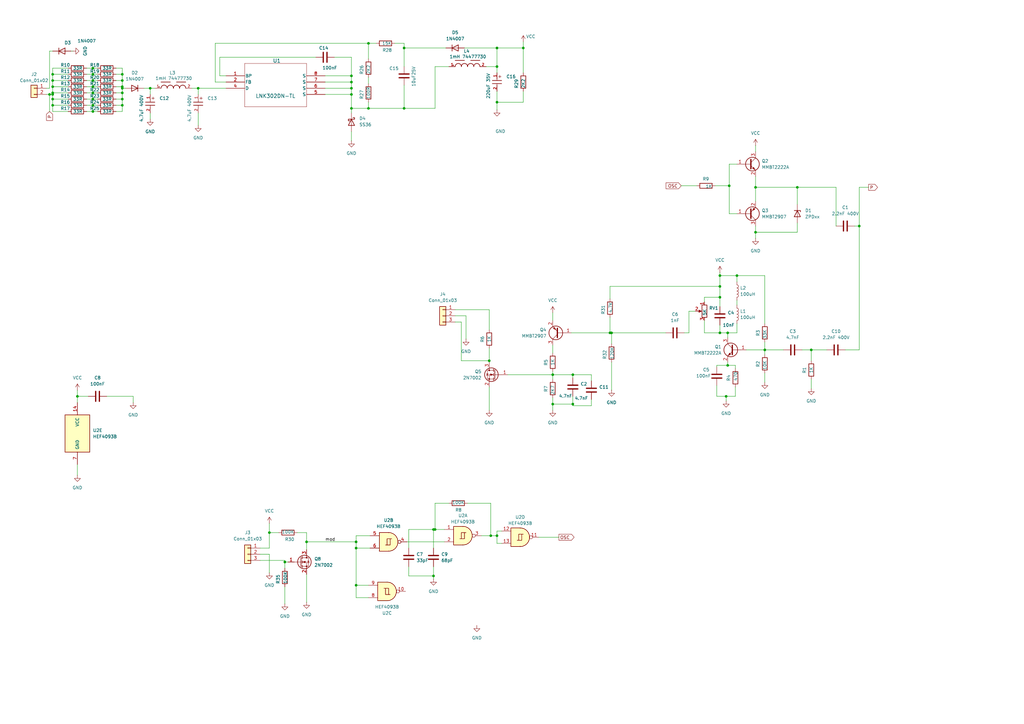
<source format=kicad_sch>
(kicad_sch (version 20250114) (generator "eeschema") (generator_version "9.0")
  (paper "A3")
  (title_block (title "EMETTEUR-RECEPTEUR-100KHZ secteur") (date "2025-12-29") (rev "1") (company "CB4Tech") (comment 1 "C.Bureau"))
  (junction (at 200.66 147.955))
  (junction (at 226.695 165.735))
  (junction (at 295.275 136.525))
  (junction (at 299.085 76.2))
  (junction (at 20.32 38.735))
  (junction (at 298.45 149.86))
  (junction (at 38.1 40.64))
  (junction (at 21.59 35.56))
  (junction (at 165.735 44.45))
  (junction (at 250.19 136.525))
  (junction (at 38.1 33.02))
  (junction (at 21.59 33.02))
  (junction (at 203.835 19.685))
  (junction (at 38.1 35.56))
  (junction (at 352.425 92.71))
  (junction (at 21.59 40.64))
  (junction (at 125.73 222.25))
  (junction (at 144.145 44.45))
  (junction (at 21.59 43.18))
  (junction (at 201.295 219.71))
  (junction (at 146.05 224.79))
  (junction (at 178.435 217.17))
  (junction (at 61.595 36.195))
  (junction (at 295.275 113.03))
  (junction (at 116.84 230.505))
  (junction (at 31.75 162.56))
  (junction (at 50.165 30.48))
  (junction (at 250.825 136.525))
  (junction (at 38.1 30.48))
  (junction (at 38.1 43.18))
  (junction (at 50.165 33.02))
  (junction (at 234.95 165.735))
  (junction (at 50.165 38.1))
  (junction (at 50.165 35.56))
  (junction (at 309.88 76.835))
  (junction (at 50.165 40.64))
  (junction (at 146.05 240.03))
  (junction (at 151.13 17.78))
  (junction (at 226.695 153.67))
  (junction (at 38.1 45.72))
  (junction (at 146.05 222.25))
  (junction (at 309.88 95.25))
  (junction (at 203.835 41.91))
  (junction (at 214.63 19.685))
  (junction (at 313.69 143.51))
  (junction (at 203.835 219.71))
  (junction (at 297.815 162.56))
  (junction (at 144.145 38.735))
  (junction (at 38.1 27.94))
  (junction (at 295.275 117.475))
  (junction (at 38.1 38.1))
  (junction (at 151.13 44.45))
  (junction (at 50.165 43.18))
  (junction (at 21.59 38.1))
  (junction (at 144.145 33.655))
  (junction (at 302.26 113.03))
  (junction (at 203.835 27.305))
  (junction (at 21.59 30.48))
  (junction (at 144.145 31.115))
  (junction (at 332.74 143.51))
  (junction (at 295.275 121.92))
  (junction (at 144.145 36.195))
  (junction (at 21.59 38.735))
  (junction (at 81.28 36.195))
  (junction (at 50.165 36.195))
  (junction (at 177.8 236.22))
  (junction (at 165.735 19.685))
  (junction (at 177.8 217.17))
  (junction (at 327.025 76.835))
  (junction (at 234.95 153.67))
  (junction (at 110.49 218.44))
  (junction (at 298.45 136.525))
  (wire (pts (xy 21.59 40.64) (xy 21.59 38.735)))
  (wire (pts (xy 121.92 218.44) (xy 125.73 218.44)))
  (wire (pts (xy 38.1 35.56) (xy 38.1 38.1)))
  (wire (pts (xy 144.145 33.655) (xy 144.145 36.195)))
  (wire (pts (xy 20.32 36.195) (xy 20.32 20.955)))
  (wire (pts (xy 133.35 38.735) (xy 144.145 38.735)))
  (wire (pts (xy 234.95 165.735) (xy 226.695 165.735)))
  (wire (pts (xy 144.145 53.975) (xy 144.145 57.785)))
  (wire (pts (xy 116.84 240.665) (xy 116.84 247.65)))
  (wire (pts (xy 352.425 92.71) (xy 352.425 143.51)))
  (wire (pts (xy 299.085 67.31) (xy 302.26 67.31)))
  (wire (pts (xy 299.085 76.2) (xy 299.085 67.31)))
  (wire (pts (xy 186.69 129.54) (xy 191.135 129.54)))
  (wire (pts (xy 288.925 121.92) (xy 295.275 121.92)))
  (wire (pts (xy 125.73 235.585) (xy 125.73 247.015)))
  (wire (pts (xy 31.75 162.56) (xy 31.75 165.1)))
  (wire (pts (xy 47.625 33.02) (xy 50.165 33.02)))
  (wire (pts (xy 125.73 222.25) (xy 125.73 225.425)))
  (wire (pts (xy 203.835 19.685) (xy 190.5 19.685)))
  (wire (pts (xy 38.1 30.48) (xy 38.1 33.02)))
  (wire (pts (xy 20.32 38.735) (xy 20.32 45.72)))
  (wire (pts (xy 43.815 162.56) (xy 54.61 162.56)))
  (wire (pts (xy 165.735 17.78) (xy 165.735 19.685)))
  (wire (pts (xy 203.835 217.805) (xy 205.74 217.805)))
  (wire (pts (xy 299.085 76.2) (xy 299.085 87.63)))
  (wire (pts (xy 167.64 217.17) (xy 177.8 217.17)))
  (wire (pts (xy 167.64 232.41) (xy 167.64 236.22)))
  (wire (pts (xy 177.8 217.17) (xy 177.8 224.79)))
  (wire (pts (xy 191.77 206.375) (xy 201.295 206.375)))
  (wire (pts (xy 118.11 230.505) (xy 116.84 230.505)))
  (wire (pts (xy 47.625 35.56) (xy 50.165 35.56)))
  (wire (pts (xy 214.63 41.91) (xy 203.835 41.91)))
  (wire (pts (xy 21.59 45.72) (xy 21.59 43.18)))
  (wire (pts (xy 332.74 143.51) (xy 332.74 147.955)))
  (wire (pts (xy 106.68 227.33) (xy 110.49 227.33)))
  (wire (pts (xy 61.595 36.195) (xy 63.5 36.195)))
  (wire (pts (xy 165.735 19.685) (xy 182.88 19.685)))
  (wire (pts (xy 294.005 149.86) (xy 294.005 150.495)))
  (wire (pts (xy 38.1 30.48) (xy 40.005 30.48)))
  (wire (pts (xy 214.63 17.145) (xy 214.63 19.685)))
  (wire (pts (xy 226.695 153.67) (xy 226.695 155.575)))
  (wire (pts (xy 327.025 91.44) (xy 327.025 95.25)))
  (wire (pts (xy 309.88 59.69) (xy 309.88 62.23)))
  (wire (pts (xy 242.57 163.83) (xy 242.57 166.37)))
  (wire (pts (xy 21.59 38.735) (xy 21.59 38.1)))
  (wire (pts (xy 50.165 40.64) (xy 50.165 43.18)))
  (wire (pts (xy 110.49 227.33) (xy 110.49 234.95)))
  (wire (pts (xy 203.835 222.885) (xy 205.74 222.885)))
  (wire (pts (xy 21.59 35.56) (xy 21.59 38.1)))
  (wire (pts (xy 201.295 206.375) (xy 201.295 219.71)))
  (wire (pts (xy 110.49 218.44) (xy 110.49 224.79)))
  (wire (pts (xy 350.52 92.71) (xy 352.425 92.71)))
  (wire (pts (xy 21.59 43.18) (xy 21.59 40.64)))
  (wire (pts (xy 203.835 219.71) (xy 203.835 222.885)))
  (wire (pts (xy 21.59 40.64) (xy 27.94 40.64)))
  (wire (pts (xy 295.275 125.73) (xy 295.275 121.92)))
  (wire (pts (xy 346.71 143.51) (xy 352.425 143.51)))
  (wire (pts (xy 313.69 132.715) (xy 313.69 113.03)))
  (wire (pts (xy 116.84 230.505) (xy 116.84 233.045)))
  (wire (pts (xy 186.69 132.08) (xy 189.23 132.08)))
  (wire (pts (xy 327.025 76.835) (xy 327.025 83.82)))
  (wire (pts (xy 47.625 38.1) (xy 50.165 38.1)))
  (wire (pts (xy 151.13 240.03) (xy 146.05 240.03)))
  (wire (pts (xy 200.66 142.875) (xy 200.66 147.955)))
  (wire (pts (xy 78.74 36.195) (xy 81.28 36.195)))
  (wire (pts (xy 214.63 29.845) (xy 214.63 19.685)))
  (wire (pts (xy 352.425 92.71) (xy 352.425 76.835)))
  (wire (pts (xy 116.84 230.505) (xy 116.84 229.87)))
  (wire (pts (xy 301.625 162.56) (xy 297.815 162.56)))
  (wire (pts (xy 38.1 43.18) (xy 38.1 45.72)))
  (wire (pts (xy 203.835 37.465) (xy 203.835 41.91)))
  (wire (pts (xy 214.63 37.465) (xy 214.63 41.91)))
  (wire (pts (xy 19.05 36.195) (xy 20.32 36.195)))
  (wire (pts (xy 302.26 132.715) (xy 302.26 136.525)))
  (wire (pts (xy 184.15 206.375) (xy 178.435 206.375)))
  (wire (pts (xy 47.625 43.18) (xy 50.165 43.18)))
  (wire (pts (xy 297.815 162.56) (xy 294.005 162.56)))
  (wire (pts (xy 203.835 41.91) (xy 203.835 45.085)))
  (wire (pts (xy 31.75 160.02) (xy 31.75 162.56)))
  (wire (pts (xy 47.625 30.48) (xy 50.165 30.48)))
  (wire (pts (xy 110.49 214.63) (xy 110.49 218.44)))
  (wire (pts (xy 61.595 36.195) (xy 59.055 36.195)))
  (wire (pts (xy 295.275 113.03) (xy 295.275 117.475)))
  (wire (pts (xy 201.295 219.71) (xy 203.835 219.71)))
  (wire (pts (xy 302.26 123.19) (xy 302.26 125.095)))
  (wire (pts (xy 146.05 222.25) (xy 146.05 224.79)))
  (wire (pts (xy 161.925 17.78) (xy 165.735 17.78)))
  (wire (pts (xy 301.625 151.13) (xy 301.625 149.86)))
  (wire (pts (xy 35.56 45.72) (xy 38.1 45.72)))
  (wire (pts (xy 21.59 33.02) (xy 27.94 33.02)))
  (wire (pts (xy 189.23 147.955) (xy 200.66 147.955)))
  (wire (pts (xy 125.73 218.44) (xy 125.73 222.25)))
  (wire (pts (xy 29.21 20.955) (xy 29.845 20.955)))
  (wire (pts (xy 129.54 23.495) (xy 90.17 23.495)))
  (wire (pts (xy 285.115 127.635) (xy 282.575 127.635)))
  (wire (pts (xy 133.35 36.195) (xy 144.145 36.195)))
  (wire (pts (xy 38.1 33.02) (xy 38.1 35.56)))
  (wire (pts (xy 200.66 158.75) (xy 200.66 168.275)))
  (wire (pts (xy 21.59 30.48) (xy 27.94 30.48)))
  (wire (pts (xy 295.275 117.475) (xy 295.275 121.92)))
  (wire (pts (xy 38.1 45.72) (xy 40.005 45.72)))
  (wire (pts (xy 309.88 92.71) (xy 309.88 95.25)))
  (wire (pts (xy 309.88 72.39) (xy 309.88 76.835)))
  (wire (pts (xy 295.275 136.525) (xy 295.275 133.35)))
  (wire (pts (xy 144.145 36.195) (xy 144.145 38.735)))
  (wire (pts (xy 92.71 36.195) (xy 81.28 36.195)))
  (wire (pts (xy 144.145 31.115) (xy 144.145 33.655)))
  (wire (pts (xy 27.94 27.94) (xy 21.59 27.94)))
  (wire (pts (xy 250.19 136.525) (xy 250.825 136.525)))
  (wire (pts (xy 208.28 153.67) (xy 226.695 153.67)))
  (wire (pts (xy 50.165 43.18) (xy 50.165 45.72)))
  (wire (pts (xy 313.69 143.51) (xy 313.69 145.415)))
  (wire (pts (xy 133.35 31.115) (xy 144.145 31.115)))
  (wire (pts (xy 189.23 132.08) (xy 189.23 147.955)))
  (wire (pts (xy 298.45 136.525) (xy 298.45 138.43)))
  (wire (pts (xy 19.05 38.735) (xy 20.32 38.735)))
  (wire (pts (xy 250.19 117.475) (xy 250.19 122.555)))
  (wire (pts (xy 146.05 219.71) (xy 146.05 222.25)))
  (wire (pts (xy 234.95 162.56) (xy 234.95 165.735)))
  (wire (pts (xy 88.265 17.78) (xy 88.265 33.655)))
  (wire (pts (xy 167.64 224.79) (xy 167.64 217.17)))
  (wire (pts (xy 309.88 76.835) (xy 327.025 76.835)))
  (wire (pts (xy 282.575 136.525) (xy 280.67 136.525)))
  (wire (pts (xy 167.005 222.25) (xy 182.245 222.25)))
  (wire (pts (xy 88.265 17.78) (xy 151.13 17.78)))
  (wire (pts (xy 137.16 23.495) (xy 144.145 23.495)))
  (wire (pts (xy 226.695 152.4) (xy 226.695 153.67)))
  (wire (pts (xy 226.695 153.67) (xy 234.95 153.67)))
  (wire (pts (xy 250.825 148.59) (xy 250.825 160.02)))
  (wire (pts (xy 38.1 27.94) (xy 38.1 30.48)))
  (wire (pts (xy 302.26 113.03) (xy 302.26 115.57)))
  (wire (pts (xy 203.835 27.305) (xy 203.835 19.685)))
  (wire (pts (xy 38.1 43.18) (xy 40.005 43.18)))
  (wire (pts (xy 200.66 147.955) (xy 200.66 148.59)))
  (wire (pts (xy 214.63 19.685) (xy 203.835 19.685)))
  (wire (pts (xy 21.59 30.48) (xy 21.59 33.02)))
  (wire (pts (xy 151.13 44.45) (xy 144.145 44.45)))
  (wire (pts (xy 151.13 44.45) (xy 165.735 44.45)))
  (wire (pts (xy 106.68 224.79) (xy 110.49 224.79)))
  (wire (pts (xy 332.74 155.575) (xy 332.74 159.385)))
  (wire (pts (xy 61.595 38.735) (xy 61.595 36.195)))
  (wire (pts (xy 38.1 40.64) (xy 38.1 43.18)))
  (wire (pts (xy 50.165 45.72) (xy 47.625 45.72)))
  (wire (pts (xy 144.145 44.45) (xy 144.145 46.355)))
  (wire (pts (xy 81.28 36.195) (xy 81.28 38.735)))
  (wire (pts (xy 38.1 38.1) (xy 40.005 38.1)))
  (wire (pts (xy 282.575 127.635) (xy 282.575 136.525)))
  (wire (pts (xy 35.56 33.02) (xy 38.1 33.02)))
  (wire (pts (xy 328.93 143.51) (xy 332.74 143.51)))
  (wire (pts (xy 295.275 136.525) (xy 288.925 136.525)))
  (wire (pts (xy 21.59 43.18) (xy 27.94 43.18)))
  (wire (pts (xy 178.435 217.17) (xy 182.245 217.17)))
  (wire (pts (xy 309.88 95.25) (xy 309.88 97.79)))
  (wire (pts (xy 288.925 136.525) (xy 288.925 131.445)))
  (wire (pts (xy 234.95 165.735) (xy 234.95 166.37)))
  (wire (pts (xy 21.59 38.1) (xy 27.94 38.1)))
  (wire (pts (xy 177.8 232.41) (xy 177.8 236.22)))
  (wire (pts (xy 146.05 240.03) (xy 146.05 224.79)))
  (wire (pts (xy 21.59 33.02) (xy 21.59 35.56)))
  (wire (pts (xy 165.735 44.45) (xy 178.435 44.45)))
  (wire (pts (xy 165.735 34.925) (xy 165.735 44.45)))
  (wire (pts (xy 167.64 236.22) (xy 177.8 236.22)))
  (wire (pts (xy 35.56 27.94) (xy 38.1 27.94)))
  (wire (pts (xy 298.45 136.525) (xy 302.26 136.525)))
  (wire (pts (xy 199.39 27.305) (xy 203.835 27.305)))
  (wire (pts (xy 250.19 130.175) (xy 250.19 136.525)))
  (wire (pts (xy 201.295 219.71) (xy 197.485 219.71)))
  (wire (pts (xy 90.17 23.495) (xy 90.17 31.115)))
  (wire (pts (xy 298.45 148.59) (xy 298.45 149.86)))
  (wire (pts (xy 125.73 222.25) (xy 146.05 222.25)))
  (wire (pts (xy 342.9 76.835) (xy 342.9 92.71)))
  (wire (pts (xy 35.56 35.56) (xy 38.1 35.56)))
  (wire (pts (xy 226.695 165.735) (xy 226.695 168.275)))
  (wire (pts (xy 302.26 87.63) (xy 299.085 87.63)))
  (wire (pts (xy 50.165 35.56) (xy 50.165 36.195)))
  (wire (pts (xy 234.95 153.67) (xy 242.57 153.67)))
  (wire (pts (xy 20.32 20.955) (xy 21.59 20.955)))
  (wire (pts (xy 151.13 245.11) (xy 146.05 245.11)))
  (wire (pts (xy 250.825 136.525) (xy 273.05 136.525)))
  (wire (pts (xy 50.165 36.195) (xy 51.435 36.195)))
  (wire (pts (xy 50.165 36.195) (xy 50.165 38.1)))
  (wire (pts (xy 38.1 27.94) (xy 40.005 27.94)))
  (wire (pts (xy 295.275 111.76) (xy 295.275 113.03)))
  (wire (pts (xy 165.735 19.685) (xy 165.735 27.305)))
  (wire (pts (xy 35.56 40.64) (xy 38.1 40.64)))
  (wire (pts (xy 146.05 224.79) (xy 151.765 224.79)))
  (wire (pts (xy 21.59 27.94) (xy 21.59 30.48)))
  (wire (pts (xy 327.025 95.25) (xy 309.88 95.25)))
  (wire (pts (xy 294.005 162.56) (xy 294.005 158.115)))
  (wire (pts (xy 38.1 33.02) (xy 40.005 33.02)))
  (wire (pts (xy 151.765 219.71) (xy 146.05 219.71)))
  (wire (pts (xy 50.165 33.02) (xy 50.165 35.56)))
  (wire (pts (xy 38.1 40.64) (xy 40.005 40.64)))
  (wire (pts (xy 279.4 76.2) (xy 285.75 76.2)))
  (wire (pts (xy 234.95 154.94) (xy 234.95 153.67)))
  (wire (pts (xy 151.13 31.75) (xy 151.13 34.29)))
  (wire (pts (xy 250.19 117.475) (xy 295.275 117.475)))
  (wire (pts (xy 50.165 38.1) (xy 50.165 40.64)))
  (wire (pts (xy 203.835 217.805) (xy 203.835 219.71)))
  (wire (pts (xy 31.75 190.5) (xy 31.75 194.945)))
  (wire (pts (xy 35.56 38.1) (xy 38.1 38.1)))
  (wire (pts (xy 306.07 143.51) (xy 313.69 143.51)))
  (wire (pts (xy 309.88 76.835) (xy 309.88 82.55)))
  (wire (pts (xy 146.05 245.11) (xy 146.05 240.03)))
  (wire (pts (xy 332.74 143.51) (xy 339.09 143.51)))
  (wire (pts (xy 50.165 27.94) (xy 50.165 30.48)))
  (wire (pts (xy 301.625 149.86) (xy 298.45 149.86)))
  (wire (pts (xy 178.435 44.45) (xy 178.435 27.305)))
  (wire (pts (xy 151.13 41.91) (xy 151.13 44.45)))
  (wire (pts (xy 47.625 27.94) (xy 50.165 27.94)))
  (wire (pts (xy 21.59 35.56) (xy 27.94 35.56)))
  (wire (pts (xy 178.435 27.305) (xy 184.15 27.305)))
  (wire (pts (xy 327.025 76.835) (xy 342.9 76.835)))
  (wire (pts (xy 226.695 141.605) (xy 226.695 144.78)))
  (wire (pts (xy 200.66 127) (xy 200.66 135.255)))
  (wire (pts (xy 178.435 206.375) (xy 178.435 217.17)))
  (wire (pts (xy 302.26 113.03) (xy 313.69 113.03)))
  (wire (pts (xy 81.28 46.355) (xy 81.28 51.435)))
  (wire (pts (xy 177.8 236.22) (xy 177.8 237.49)))
  (wire (pts (xy 116.84 229.87) (xy 106.68 229.87)))
  (wire (pts (xy 220.98 220.345) (xy 229.235 220.345)))
  (wire (pts (xy 297.815 162.56) (xy 297.815 164.465)))
  (wire (pts (xy 242.57 166.37) (xy 234.95 166.37)))
  (wire (pts (xy 295.275 113.03) (xy 302.26 113.03)))
  (wire (pts (xy 61.595 46.355) (xy 61.595 48.895)))
  (wire (pts (xy 226.695 128.27) (xy 226.695 131.445)))
  (wire (pts (xy 151.13 17.78) (xy 154.305 17.78)))
  (wire (pts (xy 177.8 217.17) (xy 178.435 217.17)))
  (wire (pts (xy 50.165 30.48) (xy 50.165 33.02)))
  (wire (pts (xy 20.32 38.735) (xy 21.59 38.735)))
  (wire (pts (xy 295.275 136.525) (xy 298.45 136.525)))
  (wire (pts (xy 38.1 38.1) (xy 38.1 40.64)))
  (wire (pts (xy 47.625 40.64) (xy 50.165 40.64)))
  (wire (pts (xy 234.315 136.525) (xy 250.19 136.525)))
  (wire (pts (xy 186.69 127) (xy 200.66 127)))
  (wire (pts (xy 313.69 153.035) (xy 313.69 156.845)))
  (wire (pts (xy 110.49 218.44) (xy 114.3 218.44)))
  (wire (pts (xy 250.825 140.97) (xy 250.825 136.525)))
  (wire (pts (xy 88.265 33.655) (xy 92.71 33.655)))
  (wire (pts (xy 293.37 76.2) (xy 299.085 76.2)))
  (wire (pts (xy 352.425 76.835) (xy 356.235 76.835)))
  (wire (pts (xy 90.17 31.115) (xy 92.71 31.115)))
  (wire (pts (xy 144.145 23.495) (xy 144.145 31.115)))
  (wire (pts (xy 35.56 30.48) (xy 38.1 30.48)))
  (wire (pts (xy 144.145 38.735) (xy 144.145 44.45)))
  (wire (pts (xy 321.31 143.51) (xy 313.69 143.51)))
  (wire (pts (xy 54.61 162.56) (xy 54.61 165.1)))
  (wire (pts (xy 298.45 149.86) (xy 294.005 149.86)))
  (wire (pts (xy 242.57 156.21) (xy 242.57 153.67)))
  (wire (pts (xy 203.835 27.305) (xy 203.835 29.845)))
  (wire (pts (xy 27.94 45.72) (xy 21.59 45.72)))
  (wire (pts (xy 191.135 129.54) (xy 191.135 139.065)))
  (wire (pts (xy 133.35 33.655) (xy 144.145 33.655)))
  (wire (pts (xy 31.75 162.56) (xy 36.195 162.56)))
  (wire (pts (xy 226.695 163.195) (xy 226.695 165.735)))
  (wire (pts (xy 313.69 140.335) (xy 313.69 143.51)))
  (wire (pts (xy 288.925 123.825) (xy 288.925 121.92)))
  (wire (pts (xy 35.56 43.18) (xy 38.1 43.18)))
  (wire (pts (xy 301.625 158.75) (xy 301.625 162.56)))
  (wire (pts (xy 38.1 35.56) (xy 40.005 35.56)))
  (wire (pts (xy 151.13 17.78) (xy 151.13 24.13)))
  (label "mod" (at 133.35 222.25 0))
  (global_label "OSC" (shape output) (at 229.235 220.345 0) (property "Intersheetrefs" "${INTERSHEET_REFS}" (effects (hide yes))))
  (global_label "OSC" (shape input) (at 279.4 76.2 180) (property "Intersheetrefs" "${INTERSHEET_REFS}" (effects (hide yes))))
  (global_label "P" (shape input) (at 20.32 45.72 270) (property "Intersheetrefs" "${INTERSHEET_REFS}" (effects (hide yes))))
  (global_label "P" (shape output) (at 356.235 76.835 0) (property "Intersheetrefs" "${INTERSHEET_REFS}" (effects (hide yes))))
  (symbol (lib_id "Device:C") (at 342.9 143.51 90) (unit 1)
    (property "Reference" "C10" (at 342.9 135.89 90))
    (property "Value" "2.2nF 400V" (at 342.9 138.43 90))
    (property "Footprint" "Capacitor_SMD:C_1812_4532Metric_Pad1.57x3.40mm_HandSolder" (effects (hide yes)))
    (property "Description" "Unpolarized capacitor" (effects (hide yes)))
  )
  (symbol (lib_id "Device:C") (at 165.735 31.115 180) (unit 1)
    (property "Reference" "C15" (at 159.639 28.067 0) (effects (justify right)))
    (property "Value" "10uF25V" (at 169.672 35.56 90) (effects (justify right)))
    (property "Footprint" "Capacitor_SMD:C_1206_3216Metric_Pad1.33x1.80mm_HandSolder" (effects (hide yes)))
    (property "Description" "Unpolarized capacitor" (effects (hide yes)))
  )
  (symbol (lib_id "Transistor_BJT:MMBT2222A") (at 307.34 67.31 0) (unit 1)
    (property "Reference" "Q2" (at 312.42 66.0399 0) (effects (justify left)))
    (property "Value" "MMBT2222A" (at 312.42 68.5799 0) (effects (justify left)))
    (property "Footprint" "Package_TO_SOT_SMD:SOT-23" (effects (hide yes)))
    (property "Datasheet" "https://assets.nexperia.com/documents/data-sheet/MMBT2222A.pdf" (effects (hide yes)))
    (property "Description" "600mA Ic, 40V Vce, NPN Transistor, SOT-23" (effects (hide yes)))
  )
  (symbol (lib_id "Device:R") (at 31.75 45.72 90) (unit 1)
    (property "Reference" "R17" (at 26.797 44.45 90))
    (property "Value" "33R" (at 31.877 45.72 90))
    (property "Footprint" "Resistor_THT:R_Axial_DIN0207_L6.3mm_D2.5mm_P10.16mm_Horizontal" (effects (hide yes)))
    (property "Description" "Resistor" (effects (hide yes)))
  )
  (symbol (lib_id "power:GND") (at 177.8 237.49 0) (unit 1)
    (property "Reference" "#PWR020" (effects (hide yes)))
    (property "Value" "GND" (at 177.8 242.57 0))
    (property "Description" "Power symbol creates a global label with name \"GND\" , ground" (effects (hide yes)))
  )
  (symbol (lib_id "Device:C") (at 167.64 228.6 180) (unit 1)
    (property "Reference" "C7" (at 170.815 227.3299 0) (effects (justify right)))
    (property "Value" "33pF" (at 170.815 229.8699 0) (effects (justify right)))
    (property "Footprint" "Capacitor_SMD:C_0805_2012Metric_Pad1.18x1.45mm_HandSolder" (effects (hide yes)))
    (property "Description" "Unpolarized capacitor" (effects (hide yes)))
  )
  (symbol (lib_id "power:GND") (at 29.845 20.955 90) (unit 1)
    (property "Reference" "#PWR012" (effects (hide yes)))
    (property "Value" "GND" (at 34.925 20.955 0))
    (property "Description" "Power symbol creates a global label with name \"GND\" , ground" (effects (hide yes)))
  )
  (symbol (lib_id "power:GND") (at 61.595 48.895 0) (unit 1)
    (property "Reference" "#PWR011" (effects (hide yes)))
    (property "Value" "GND" (at 61.595 53.975 0))
    (property "Description" "Power symbol creates a global label with name \"GND\" , ground" (effects (hide yes)))
  )
  (symbol (lib_id "Device:C") (at 295.275 129.54 180) (unit 1)
    (property "Reference" "C4" (at 298.45 128.2699 0) (effects (justify right)))
    (property "Value" "10nF" (at 296.418 133.35 0) (effects (justify right)))
    (property "Footprint" "Capacitor_SMD:C_0805_2012Metric_Pad1.18x1.45mm_HandSolder" (effects (hide yes)))
    (property "Description" "Unpolarized capacitor" (effects (hide yes)))
  )
  (symbol (lib_id "4xxx:HEF4093B") (at 189.865 219.71 0) (unit 1)
    (property "Reference" "U2" (at 189.8567 211.455 0))
    (property "Value" "HEF4093B" (at 189.8567 213.995 0))
    (property "Footprint" "Package_DIP:CERDIP-14_W7.62mm_SideBrazed_LongPads_Socket" (effects (hide yes)))
    (property "Datasheet" "https://assets.nexperia.com/documents/data-sheet/HEF4093B.pdf" (effects (hide yes)))
    (property "Description" "Quad 2-Input NAND Schmitt Trigger, SOIC-14" (effects (hide yes)))
  )
  (symbol (lib_id "Device:R") (at 313.69 136.525 180) (unit 1)
    (property "Reference" "R3" (at 310.896 135.255 90) (effects (justify left)))
    (property "Value" "33K" (at 313.69 135.128 90) (effects (justify left)))
    (property "Footprint" "Resistor_SMD:R_0805_2012Metric_Pad1.20x1.40mm_HandSolder" (effects (hide yes)))
    (property "Description" "Resistor" (effects (hide yes)))
  )
  (symbol (lib_id "Device:R") (at 151.13 27.94 180) (unit 1)
    (property "Reference" "R26" (at 148.336 26.67 90) (effects (justify left)))
    (property "Value" "2K2" (at 151.13 26.543 90) (effects (justify left)))
    (property "Footprint" "Resistor_SMD:R_0805_2012Metric_Pad1.20x1.40mm_HandSolder" (effects (hide yes)))
    (property "Description" "Resistor" (effects (hide yes)))
  )
  (symbol (lib_id "Device:R") (at 31.75 43.18 90) (unit 1)
    (property "Reference" "R16" (at 26.797 41.91 90))
    (property "Value" "33R" (at 31.877 43.18 90))
    (property "Footprint" "Resistor_THT:R_Axial_DIN0207_L6.3mm_D2.5mm_P10.16mm_Horizontal" (effects (hide yes)))
    (property "Description" "Resistor" (effects (hide yes)))
  )
  (symbol (lib_id "Device:R") (at 43.815 40.64 90) (unit 1)
    (property "Reference" "R23" (at 38.862 39.37 90))
    (property "Value" "33R" (at 43.942 40.64 90))
    (property "Footprint" "Resistor_THT:R_Axial_DIN0207_L6.3mm_D2.5mm_P10.16mm_Horizontal" (effects (hide yes)))
    (property "Description" "Resistor" (effects (hide yes)))
  )
  (symbol (lib_id "Device:R") (at 43.815 30.48 90) (unit 1)
    (property "Reference" "R19" (at 38.862 29.21 90))
    (property "Value" "33R" (at 43.942 30.48 90))
    (property "Footprint" "Resistor_THT:R_Axial_DIN0207_L6.3mm_D2.5mm_P10.16mm_Horizontal" (effects (hide yes)))
    (property "Description" "Resistor" (effects (hide yes)))
  )
  (symbol (lib_id "LNK302DN-TL:LNK302DN-TL") (at 92.71 31.115 0) (unit 1)
    (property "Reference" "U1" (at 113.538 24.892 0) (effects (font (size 1.524 1.524))))
    (property "Value" "LNK302DN-TL" (at 113.03 39.37 0) (effects (font (size 1.524 1.524))))
    (property "Footprint" "lnk302DN-TL:SOIC7_SO-8C-D_PWI" (effects (hide yes)))
    (property "Datasheet" "LNK302DN-TL" (effects (hide yes)))
  )
  (symbol (lib_id "Device:R") (at 31.75 35.56 90) (unit 1)
    (property "Reference" "R13" (at 26.797 34.29 90))
    (property "Value" "33R" (at 31.877 35.56 90))
    (property "Footprint" "Resistor_THT:R_Axial_DIN0207_L6.3mm_D2.5mm_P10.16mm_Horizontal" (effects (hide yes)))
    (property "Description" "Resistor" (effects (hide yes)))
  )
  (symbol (lib_id "power:GND") (at 81.28 51.435 0) (unit 1)
    (property "Reference" "#PWR013" (effects (hide yes)))
    (property "Value" "GND" (at 81.28 56.515 0))
    (property "Description" "Power symbol creates a global label with name \"GND\" , ground" (effects (hide yes)))
  )
  (symbol (lib_id "power:GND") (at 200.66 168.275 0) (unit 1)
    (property "Reference" "#PWR010" (effects (hide yes)))
    (property "Value" "GND" (at 200.66 173.355 0))
    (property "Description" "Power symbol creates a global label with name \"GND\" , ground" (effects (hide yes)))
  )
  (symbol (lib_id "power:GND") (at 332.74 159.385 0) (unit 1)
    (property "Reference" "#PWR02" (effects (hide yes)))
    (property "Value" "GND" (at 332.74 164.465 0))
    (property "Description" "Power symbol creates a global label with name \"GND\" , ground" (effects (hide yes)))
  )
  (symbol (lib_id "power:GND") (at 191.135 139.065 0) (unit 1)
    (property "Reference" "#PWR029" (effects (hide yes)))
    (property "Value" "GND" (at 191.135 144.145 0))
    (property "Description" "Power symbol creates a global label with name \"GND\" , ground" (effects (hide yes)))
  )
  (symbol (lib_id "Device:R") (at 158.115 17.78 270) (unit 1)
    (property "Reference" "R28" (at 156.845 20.574 90) (effects (justify left)))
    (property "Value" "15K" (at 156.718 17.78 90) (effects (justify left)))
    (property "Footprint" "Resistor_SMD:R_0805_2012Metric_Pad1.20x1.40mm_HandSolder" (effects (hide yes)))
    (property "Description" "Resistor" (effects (hide yes)))
  )
  (symbol (lib_id "4xxx:HEF4093B") (at 31.75 177.8 0) (unit 5)
    (property "Reference" "U2" (at 38.1 176.5299 0) (effects (justify left)))
    (property "Value" "HEF4093B" (at 38.1 179.0699 0) (effects (justify left)))
    (property "Footprint" "Package_DIP:CERDIP-14_W7.62mm_SideBrazed_LongPads_Socket" (effects (hide yes)))
    (property "Datasheet" "https://assets.nexperia.com/documents/data-sheet/HEF4093B.pdf" (effects (hide yes)))
    (property "Description" "Quad 2-Input NAND Schmitt Trigger, SOIC-14" (effects (hide yes)))
  )
  (symbol (lib_id "power:GND") (at 195.58 256.54 0) (unit 1)
    (property "Reference" "#PWR022" (effects (hide yes)))
    (property "Value" "GND" (at 195.58 261.62 0))
    (property "Description" "Power symbol creates a global label with name \"GND\" , ground" (effects (hide yes)))
  )
  (symbol (lib_id "Device:R") (at 43.815 33.02 90) (unit 1)
    (property "Reference" "R20" (at 38.862 31.75 90))
    (property "Value" "33R" (at 43.942 33.02 90))
    (property "Footprint" "Resistor_THT:R_Axial_DIN0207_L6.3mm_D2.5mm_P10.16mm_Horizontal" (effects (hide yes)))
    (property "Description" "Resistor" (effects (hide yes)))
  )
  (symbol (lib_id "Device:R") (at 43.815 27.94 90) (unit 1)
    (property "Reference" "R18" (at 38.862 26.67 90))
    (property "Value" "33R" (at 43.942 27.94 90))
    (property "Footprint" "Resistor_THT:R_Axial_DIN0207_L6.3mm_D2.5mm_P10.16mm_Horizontal" (effects (hide yes)))
    (property "Description" "Resistor" (effects (hide yes)))
  )
  (symbol (lib_id "WCAP-ATG8_8X11.5:WCAP-ATG8_8X11.5") (at 81.28 43.815 90) (unit 1)
    (property "Reference" "C13" (at 85.09 40.308 90) (effects (justify right)))
    (property "Value" "4.7uF 400V" (at 77.724 38.862 0) (effects (justify right)))
    (property "Footprint" "WCAP-ATG8_8X11.5:WCAP-ATG8_8X11.5_DXL_" (effects (hide yes)))
    (property "MF" "Würth Elektronik" (effects (hide yes)))
    (property "Description_1" "2.2 µF 400 V Aluminum Electrolytic Capacitors Radial, Can 2000 Hrs @ 85°C" (effects (hide yes)))
    (property "Package" "Radial Wurth Electronics" (effects (hide yes)))
    (property "Price" "None" (effects (hide yes)))
    (property "SnapEDA_Link" "https://www.snapeda.com/parts/860011374003/Wurth+Elektronik/view-part/?ref=snap" (effects (hide yes)))
    (property "MP" "860011374003" (effects (hide yes)))
    (property "Purchase-URL" "https://www.snapeda.com/api/url_track_click_mouser/?unipart_id=4807158&manufacturer=Würth Elektronik&part_name=860011374003&search_term=860011374005" (effects (hide yes)))
    (property "Availability" "In Stock" (effects (hide yes)))
    (property "Check_prices" "https://www.snapeda.com/parts/860011374003/Wurth+Elektronik/view-part/?ref=eda" (effects (hide yes)))
  )
  (symbol (lib_id "power:GND") (at 110.49 234.95 0) (unit 1)
    (property "Reference" "#PWR08" (effects (hide yes)))
    (property "Value" "GND" (at 110.49 240.03 0))
    (property "Description" "Power symbol creates a global label with name \"GND\" , ground" (effects (hide yes)))
  )
  (symbol (lib_id "power:GND") (at 31.75 194.945 0) (unit 1)
    (property "Reference" "#PWR018" (effects (hide yes)))
    (property "Value" "GND" (at 31.75 200.025 0))
    (property "Description" "Power symbol creates a global label with name \"GND\" , ground" (effects (hide yes)))
  )
  (symbol (lib_id "Transistor_FET:2N7002") (at 203.2 153.67 0) (mirror y) (unit 1)
    (property "Reference" "Q5" (at 197.485 152.3999 0) (effects (justify left)))
    (property "Value" "2N7002" (at 197.485 154.9399 0) (effects (justify left)))
    (property "Footprint" "Package_TO_SOT_SMD:SOT-23" (effects (hide yes)))
    (property "Datasheet" "https://www.onsemi.com/pub/Collateral/NDS7002A-D.PDF" (effects (hide yes)))
    (property "Description" "0.115A Id, 60V Vds, N-Channel MOSFET, SOT-23" (effects (hide yes)))
  )
  (symbol (lib_id "Diode:1N4007") (at 55.245 36.195 180) (unit 1)
    (property "Reference" "D2" (at 55.245 29.845 0))
    (property "Value" "1N4007" (at 55.245 32.385 0))
    (property "Footprint" "Diode_THT:D_DO-41_SOD81_P10.16mm_Horizontal" (effects (hide yes)))
    (property "Datasheet" "http://www.vishay.com/docs/88503/1n4001.pdf" (effects (hide yes)))
    (property "Description" "1000V 1A General Purpose Rectifier Diode, DO-41" (effects (hide yes)))
    (property "Sim.Device" "D" (effects (hide yes)))
    (property "Sim.Pins" "1=K 2=A" (effects (hide yes)))
  )
  (symbol (lib_id "Device:R") (at 214.63 33.655 180) (unit 1)
    (property "Reference" "R29" (at 211.836 32.385 90) (effects (justify left)))
    (property "Value" "2K2" (at 214.63 32.258 90) (effects (justify left)))
    (property "Footprint" "Resistor_SMD:R_0805_2012Metric_Pad1.20x1.40mm_HandSolder" (effects (hide yes)))
    (property "Description" "Resistor" (effects (hide yes)))
  )
  (symbol (lib_id "power:VCC") (at 226.695 128.27 0) (unit 1)
    (property "Reference" "#PWR09" (effects (hide yes)))
    (property "Value" "VCC" (at 226.695 123.19 0))
    (property "Description" "Power symbol creates a global label with name \"VCC\"" (effects (hide yes)))
  )
  (symbol (lib_id "Transistor_FET:2N7002") (at 123.19 230.505 0) (unit 1)
    (property "Reference" "Q8" (at 128.905 229.2349 0) (effects (justify left)))
    (property "Value" "2N7002" (at 128.905 231.7749 0) (effects (justify left)))
    (property "Footprint" "Package_TO_SOT_SMD:SOT-23" (effects (hide yes)))
    (property "Datasheet" "https://www.onsemi.com/pub/Collateral/NDS7002A-D.PDF" (effects (hide yes)))
    (property "Description" "0.115A Id, 60V Vds, N-Channel MOSFET, SOT-23" (effects (hide yes)))
  )
  (symbol (lib_id "Device:R") (at 116.84 236.855 180) (unit 1)
    (property "Reference" "R35" (at 114.046 235.585 90) (effects (justify left)))
    (property "Value" "100K" (at 117.094 234.315 90) (effects (justify left)))
    (property "Footprint" "Resistor_SMD:R_0805_2012Metric_Pad1.20x1.40mm_HandSolder" (effects (hide yes)))
    (property "Description" "Resistor" (effects (hide yes)))
  )
  (symbol (lib_id "Transistor_BJT:BC807") (at 307.34 87.63 0) (mirror x) (unit 1)
    (property "Reference" "Q3" (at 312.42 86.3599 0) (effects (justify left)))
    (property "Value" "MMBT2907" (at 312.42 88.8999 0) (effects (justify left)))
    (property "Footprint" "Package_TO_SOT_SMD:SOT-23" (effects (hide yes)))
    (property "Datasheet" "https://www.onsemi.com/pub/Collateral/BC808-D.pdf" (effects (hide yes)))
    (property "Description" "0.8A Ic, 45V Vce, PNP Transistor, SOT-23" (effects (hide yes)))
  )
  (symbol (lib_id "Device:C") (at 346.71 92.71 90) (unit 1)
    (property "Reference" "C1" (at 346.71 85.09 90))
    (property "Value" "2.2nF 400V" (at 346.71 87.63 90))
    (property "Footprint" "Capacitor_SMD:C_1812_4532Metric_Pad1.57x3.40mm_HandSolder" (effects (hide yes)))
    (property "Description" "Unpolarized capacitor" (effects (hide yes)))
  )
  (symbol (lib_id "Device:C") (at 242.57 160.02 180) (unit 1)
    (property "Reference" "C11" (at 245.745 158.7499 0) (effects (justify right)))
    (property "Value" "4.7nF" (at 235.712 163.322 0) (effects (justify right)))
    (property "Footprint" "Capacitor_SMD:C_0805_2012Metric_Pad1.18x1.45mm_HandSolder" (effects (hide yes)))
    (property "Description" "Unpolarized capacitor" (effects (hide yes)))
  )
  (symbol (lib_id "power:GND") (at 144.145 57.785 0) (unit 1)
    (property "Reference" "#PWR014" (effects (hide yes)))
    (property "Value" "GND" (at 144.145 62.865 0))
    (property "Description" "Power symbol creates a global label with name \"GND\" , ground" (effects (hide yes)))
  )
  (symbol (lib_id "Device:R") (at 250.825 144.78 180) (unit 1)
    (property "Reference" "R32" (at 248.031 143.51 90) (effects (justify left)))
    (property "Value" "120K" (at 251.079 142.24 90) (effects (justify left)))
    (property "Footprint" "Resistor_SMD:R_0805_2012Metric_Pad1.20x1.40mm_HandSolder" (effects (hide yes)))
    (property "Description" "Resistor" (effects (hide yes)))
  )
  (symbol (lib_id "Device:R") (at 43.815 43.18 90) (unit 1)
    (property "Reference" "R24" (at 38.862 41.91 90))
    (property "Value" "33R" (at 43.942 43.18 90))
    (property "Footprint" "Resistor_THT:R_Axial_DIN0207_L6.3mm_D2.5mm_P10.16mm_Horizontal" (effects (hide yes)))
    (property "Description" "Resistor" (effects (hide yes)))
  )
  (symbol (lib_id "WCAP-ATG8_8X11.5:WCAP-ATG8_8X11.5") (at 203.835 34.925 90) (unit 1)
    (property "Reference" "C16" (at 207.645 31.418 90) (effects (justify right)))
    (property "Value" "220uF 35V" (at 200.279 29.972 0) (effects (justify right)))
    (property "Footprint" "WCAP-ATG8_8X11.5:WCAP-ATG8_8X11.5_DXL_" (effects (hide yes)))
    (property "MF" "Würth Elektronik" (effects (hide yes)))
    (property "Description_1" "2.2 µF 400 V Aluminum Electrolytic Capacitors Radial, Can 2000 Hrs @ 85°C" (effects (hide yes)))
    (property "Package" "Radial Wurth Electronics" (effects (hide yes)))
    (property "Price" "None" (effects (hide yes)))
    (property "SnapEDA_Link" "https://www.snapeda.com/parts/860011374003/Wurth+Elektronik/view-part/?ref=snap" (effects (hide yes)))
    (property "MP" "860011374003" (effects (hide yes)))
    (property "Purchase-URL" "https://www.snapeda.com/api/url_track_click_mouser/?unipart_id=4807158&manufacturer=Würth Elektronik&part_name=860011374003&search_term=860011374005" (effects (hide yes)))
    (property "Availability" "In Stock" (effects (hide yes)))
    (property "Check_prices" "https://www.snapeda.com/parts/860011374003/Wurth+Elektronik/view-part/?ref=eda" (effects (hide yes)))
  )
  (symbol (lib_id "Device:R") (at 226.695 159.385 180) (unit 1)
    (property "Reference" "R7" (at 223.901 158.115 90) (effects (justify left)))
    (property "Value" "2K7" (at 226.695 157.988 90) (effects (justify left)))
    (property "Footprint" "Resistor_SMD:R_0805_2012Metric_Pad1.20x1.40mm_HandSolder" (effects (hide yes)))
    (property "Description" "Resistor" (effects (hide yes)))
  )
  (symbol (lib_id "Device:R") (at 31.75 38.1 90) (unit 1)
    (property "Reference" "R14" (at 26.797 36.83 90))
    (property "Value" "33R" (at 31.877 38.1 90))
    (property "Footprint" "Resistor_THT:R_Axial_DIN0207_L6.3mm_D2.5mm_P10.16mm_Horizontal" (effects (hide yes)))
    (property "Description" "Resistor" (effects (hide yes)))
  )
  (symbol (lib_id "power:GND") (at 125.73 247.015 0) (unit 1)
    (property "Reference" "#PWR024" (effects (hide yes)))
    (property "Value" "GND" (at 125.73 252.095 0))
    (property "Description" "Power symbol creates a global label with name \"GND\" , ground" (effects (hide yes)))
  )
  (symbol (lib_id "Device:C") (at 294.005 154.305 180) (unit 1)
    (property "Reference" "C5" (at 288.29 151.638 0) (effects (justify right)))
    (property "Value" "100nF" (at 285.496 154.178 0) (effects (justify right)))
    (property "Footprint" "Capacitor_SMD:C_0805_2012Metric_Pad1.18x1.45mm_HandSolder" (effects (hide yes)))
    (property "Description" "Unpolarized capacitor" (effects (hide yes)))
  )
  (symbol (lib_id "power:VCC") (at 214.63 17.145 0) (unit 1)
    (property "Reference" "#PWR016" (effects (hide yes)))
    (property "Value" "VCC" (at 217.678 14.986 0))
    (property "Description" "Power symbol creates a global label with name \"VCC\"" (effects (hide yes)))
  )
  (symbol (lib_id "Diode:1N4007") (at 25.4 20.955 0) (unit 1)
    (property "Reference" "D3" (at 26.416 17.526 0) (effects (justify left)))
    (property "Value" "1N4007" (at 31.75 16.764 0) (effects (justify left)))
    (property "Footprint" "Diode_THT:D_DO-41_SOD81_P10.16mm_Horizontal" (effects (hide yes)))
    (property "Datasheet" "http://www.vishay.com/docs/88503/1n4001.pdf" (effects (hide yes)))
    (property "Description" "1000V 1A General Purpose Rectifier Diode, DO-41" (effects (hide yes)))
    (property "Sim.Device" "D" (effects (hide yes)))
    (property "Sim.Pins" "1=K 2=A" (effects (hide yes)))
  )
  (symbol (lib_id "power:GND") (at 309.88 97.79 0) (unit 1)
    (property "Reference" "#PWR05" (effects (hide yes)))
    (property "Value" "GND" (at 309.88 102.87 0))
    (property "Description" "Power symbol creates a global label with name \"GND\" , ground" (effects (hide yes)))
  )
  (symbol (lib_id "Device:C") (at 133.35 23.495 270) (unit 1)
    (property "Reference" "C14" (at 134.747 19.685 90) (effects (justify right)))
    (property "Value" "100nF" (at 138.303 27.813 90) (effects (justify right)))
    (property "Footprint" "Capacitor_SMD:C_0805_2012Metric_Pad1.18x1.45mm_HandSolder" (effects (hide yes)))
    (property "Description" "Unpolarized capacitor" (effects (hide yes)))
  )
  (symbol (lib_id "Device:R") (at 43.815 38.1 90) (unit 1)
    (property "Reference" "R22" (at 38.862 36.83 90))
    (property "Value" "33R" (at 43.942 38.1 90))
    (property "Footprint" "Resistor_THT:R_Axial_DIN0207_L6.3mm_D2.5mm_P10.16mm_Horizontal" (effects (hide yes)))
    (property "Description" "Resistor" (effects (hide yes)))
  )
  (symbol (lib_id "power:GND") (at 54.61 165.1 0) (unit 1)
    (property "Reference" "#PWR019" (effects (hide yes)))
    (property "Value" "GND" (at 54.61 170.18 0))
    (property "Description" "Power symbol creates a global label with name \"GND\" , ground" (effects (hide yes)))
  )
  (symbol (lib_id "Diode:SS36") (at 144.145 50.165 270) (unit 1)
    (property "Reference" "D4" (at 147.32 48.5774 90) (effects (justify left)))
    (property "Value" "SS36" (at 147.32 51.1174 90) (effects (justify left)))
    (property "Footprint" "Diode_SMD:D_SMA" (effects (hide yes)))
    (property "Datasheet" "https://www.vishay.com/docs/88751/ss32.pdf" (effects (hide yes)))
    (property "Description" "60V 3A Schottky Diode, SMA" (effects (hide yes)))
  )
  (symbol (lib_id "Device:L") (at 302.26 119.38 0) (unit 1)
    (property "Reference" "L2" (at 303.53 118.1099 0) (effects (justify left)))
    (property "Value" "100uH" (at 303.53 120.6499 0) (effects (justify left)))
    (property "Footprint" "Inductor_THT:L_Axial_L9.5mm_D4.0mm_P2.54mm_Vertical_Fastron_SMCC" (effects (hide yes)))
    (property "Description" "Inductor" (effects (hide yes)))
  )
  (symbol (lib_id "Device:R") (at 313.69 149.225 180) (unit 1)
    (property "Reference" "R2" (at 310.896 147.955 90) (effects (justify left)))
    (property "Value" "10K" (at 313.69 147.828 90) (effects (justify left)))
    (property "Footprint" "Resistor_SMD:R_0805_2012Metric_Pad1.20x1.40mm_HandSolder" (effects (hide yes)))
    (property "Description" "Resistor" (effects (hide yes)))
  )
  (symbol (lib_id "Device:R") (at 31.75 40.64 90) (unit 1)
    (property "Reference" "R15" (at 26.797 39.37 90))
    (property "Value" "33R" (at 31.877 40.64 90))
    (property "Footprint" "Resistor_THT:R_Axial_DIN0207_L6.3mm_D2.5mm_P10.16mm_Horizontal" (effects (hide yes)))
    (property "Description" "Resistor" (effects (hide yes)))
  )
  (symbol (lib_id "power:GND") (at 313.69 156.845 0) (unit 1)
    (property "Reference" "#PWR03" (effects (hide yes)))
    (property "Value" "GND" (at 313.69 161.925 0))
    (property "Description" "Power symbol creates a global label with name \"GND\" , ground" (effects (hide yes)))
  )
  (symbol (lib_id "Device:R") (at 200.66 139.065 180) (unit 1)
    (property "Reference" "R6" (at 197.866 137.795 90) (effects (justify left)))
    (property "Value" "1K" (at 200.66 137.668 90) (effects (justify left)))
    (property "Footprint" "Resistor_SMD:R_0805_2012Metric_Pad1.20x1.40mm_HandSolder" (effects (hide yes)))
    (property "Description" "Resistor" (effects (hide yes)))
  )
  (symbol (lib_id "Device:R") (at 151.13 38.1 180) (unit 1)
    (property "Reference" "R27" (at 148.336 36.83 90) (effects (justify left)))
    (property "Value" "100R" (at 151.13 35.56 90) (effects (justify left)))
    (property "Footprint" "Resistor_SMD:R_0805_2012Metric_Pad1.20x1.40mm_HandSolder" (effects (hide yes)))
    (property "Description" "Resistor" (effects (hide yes)))
  )
  (symbol (lib_id "Device:R") (at 250.19 126.365 180) (unit 1)
    (property "Reference" "R31" (at 247.396 125.095 90) (effects (justify left)))
    (property "Value" "4.7K" (at 250.444 123.825 90) (effects (justify left)))
    (property "Footprint" "Resistor_SMD:R_0805_2012Metric_Pad1.20x1.40mm_HandSolder" (effects (hide yes)))
    (property "Description" "Resistor" (effects (hide yes)))
  )
  (symbol (lib_id "Device:R") (at 118.11 218.44 270) (unit 1)
    (property "Reference" "R30" (at 116.84 221.234 90) (effects (justify left)))
    (property "Value" "100K" (at 115.57 218.186 90) (effects (justify left)))
    (property "Footprint" "Resistor_SMD:R_0805_2012Metric_Pad1.20x1.40mm_HandSolder" (effects (hide yes)))
    (property "Description" "Resistor" (effects (hide yes)))
  )
  (symbol (lib_id "Diode:ZPDxx") (at 327.025 87.63 270) (unit 1)
    (property "Reference" "D1" (at 330.2 86.3599 90) (effects (justify left)))
    (property "Value" "ZPDxx" (at 330.2 88.8999 90) (effects (justify left)))
    (property "Footprint" "Diode_THT:D_DO-35_SOD27_P10.16mm_Horizontal" (effects (hide yes)))
    (property "Datasheet" "http://diotec.com/tl_files/diotec/files/pdf/datasheets/zpd1" (effects (hide yes)))
    (property "Description" "500mW Zener Diode, DO-35" (effects (hide yes)))
  )
  (symbol (lib_id "Device:C") (at 40.005 162.56 270) (unit 1)
    (property "Reference" "C8" (at 40.005 154.94 90))
    (property "Value" "100nF" (at 40.005 157.48 90))
    (property "Footprint" "Capacitor_SMD:C_0805_2012Metric_Pad1.18x1.45mm_HandSolder" (effects (hide yes)))
    (property "Description" "Unpolarized capacitor" (effects (hide yes)))
  )
  (symbol (lib_id "Connector_Generic:Conn_01x03") (at 181.61 129.54 0) (mirror y) (unit 1)
    (property "Reference" "J4" (at 181.61 120.65 0))
    (property "Value" "Conn_01x03" (at 181.61 123.19 0))
    (property "Footprint" "Connector_PinHeader_2.54mm:PinHeader_1x03_P2.54mm_Vertical" (effects (hide yes)))
    (property "Description" "Generic connector, single row, 01x03, script generated (kicad-library-utils/schlib/autogen/connector/)" (effects (hide yes)))
  )
  (symbol (lib_id "Device:R_Potentiometer") (at 288.925 127.635 0) (mirror y) (unit 1)
    (property "Reference" "RV1" (at 290.83 126.3649 0) (effects (justify right)))
    (property "Value" "5K" (at 289.052 126.746 90) (effects (justify right)))
    (property "Footprint" "Potentiometer_THT:Potentiometer_ACP_CA6-H2,5_Horizontal" (effects (hide yes)))
    (property "Description" "Potentiometer" (effects (hide yes)))
  )
  (symbol (lib_id "Device:R") (at 31.75 27.94 90) (unit 1)
    (property "Reference" "R10" (at 26.797 26.67 90))
    (property "Value" "33R" (at 31.877 27.94 90))
    (property "Footprint" "Resistor_THT:R_Axial_DIN0207_L6.3mm_D2.5mm_P10.16mm_Horizontal" (effects (hide yes)))
    (property "Description" "Resistor" (effects (hide yes)))
  )
  (symbol (lib_id "power:VCC") (at 295.275 111.76 0) (unit 1)
    (property "Reference" "#PWR04" (effects (hide yes)))
    (property "Value" "VCC" (at 295.275 106.68 0))
    (property "Description" "Power symbol creates a global label with name \"VCC\"" (effects (hide yes)))
  )
  (symbol (lib_id "WE-PD_7345P:WE-PD_7345P") (at 191.77 27.305 0) (unit 1)
    (property "Reference" "L4" (at 191.389 20.955 0))
    (property "Value" "1mH 74477730" (at 191.897 23.241 0))
    (property "Footprint" "WE-PD_7345P:WE-PD_7345P" (effects (hide yes)))
    (property "MF" "Würth Elektronik" (effects (hide yes)))
    (property "Description_1" "Power inductor SMD WE-PD M 1000uH 0.20A | Wurth Electronics 74477730" (effects (hide yes)))
    (property "Package" "None" (effects (hide yes)))
    (property "Price" "None" (effects (hide yes)))
    (property "SnapEDA_Link" "https://www.snapeda.com/parts/74477730/W%25C3%25BCrth+Elektronik+Midcom/view-part/?ref=snap" (effects (hide yes)))
    (property "MP" "74477730" (effects (hide yes)))
    (property "Purchase-URL" "https://www.snapeda.com/api/url_track_click_mouser/?unipart_id=5718490&manufacturer=Würth Elektronik&part_name=74477730&search_term=74477730" (effects (hide yes)))
    (property "Availability" "In Stock" (effects (hide yes)))
    (property "Check_prices" "https://www.snapeda.com/parts/74477730/W%25C3%25BCrth+Elektronik+Midcom/view-part/?ref=eda" (effects (hide yes)))
  )
  (symbol (lib_id "Device:R") (at 31.75 30.48 90) (unit 1)
    (property "Reference" "R11" (at 26.797 29.21 90))
    (property "Value" "33R" (at 31.877 30.48 90))
    (property "Footprint" "Resistor_THT:R_Axial_DIN0207_L6.3mm_D2.5mm_P10.16mm_Horizontal" (effects (hide yes)))
    (property "Description" "Resistor" (effects (hide yes)))
  )
  (symbol (lib_id "Device:C") (at 177.8 228.6 180) (unit 1)
    (property "Reference" "C9" (at 180.975 227.3299 0) (effects (justify right)))
    (property "Value" "68pF" (at 180.975 229.8699 0) (effects (justify right)))
    (property "Footprint" "Capacitor_SMD:C_0805_2012Metric_Pad1.18x1.45mm_HandSolder" (effects (hide yes)))
    (property "Description" "Unpolarized capacitor" (effects (hide yes)))
  )
  (symbol (lib_id "Device:C") (at 276.86 136.525 90) (unit 1)
    (property "Reference" "C6" (at 276.86 128.905 90))
    (property "Value" "1nF" (at 276.86 131.445 90))
    (property "Footprint" "Capacitor_SMD:C_0805_2012Metric_Pad1.18x1.45mm_HandSolder" (effects (hide yes)))
    (property "Description" "Unpolarized capacitor" (effects (hide yes)))
  )
  (symbol (lib_id "Device:R") (at 332.74 151.765 180) (unit 1)
    (property "Reference" "R1" (at 329.946 150.495 90) (effects (justify left)))
    (property "Value" "1K" (at 332.74 150.368 90) (effects (justify left)))
    (property "Footprint" "Resistor_SMD:R_0805_2012Metric_Pad1.20x1.40mm_HandSolder" (effects (hide yes)))
    (property "Description" "Resistor" (effects (hide yes)))
  )
  (symbol (lib_id "power:VCC") (at 31.75 160.02 0) (unit 1)
    (property "Reference" "#PWR017" (effects (hide yes)))
    (property "Value" "VCC" (at 31.75 154.94 0))
    (property "Description" "Power symbol creates a global label with name \"VCC\"" (effects (hide yes)))
  )
  (symbol (lib_id "WCAP-ATG8_8X11.5:WCAP-ATG8_8X11.5") (at 61.595 43.815 90) (unit 1)
    (property "Reference" "C12" (at 65.405 40.308 90) (effects (justify right)))
    (property "Value" "4.7uF 400V" (at 58.039 38.862 0) (effects (justify right)))
    (property "Footprint" "WCAP-ATG8_8X11.5:WCAP-ATG8_8X11.5_DXL_" (effects (hide yes)))
    (property "MF" "Würth Elektronik" (effects (hide yes)))
    (property "Description_1" "2.2 µF 400 V Aluminum Electrolytic Capacitors Radial, Can 2000 Hrs @ 85°C" (effects (hide yes)))
    (property "Package" "Radial Wurth Electronics" (effects (hide yes)))
    (property "Price" "None" (effects (hide yes)))
    (property "SnapEDA_Link" "https://www.snapeda.com/parts/860011374003/Wurth+Elektronik/view-part/?ref=snap" (effects (hide yes)))
    (property "MP" "860011374003" (effects (hide yes)))
    (property "Purchase-URL" "https://www.snapeda.com/api/url_track_click_mouser/?unipart_id=4807158&manufacturer=Würth Elektronik&part_name=860011374003&search_term=860011374005" (effects (hide yes)))
    (property "Availability" "In Stock" (effects (hide yes)))
    (property "Check_prices" "https://www.snapeda.com/parts/860011374003/Wurth+Elektronik/view-part/?ref=eda" (effects (hide yes)))
  )
  (symbol (lib_id "Device:R") (at 43.815 45.72 90) (unit 1)
    (property "Reference" "R25" (at 38.862 44.45 90))
    (property "Value" "33R" (at 43.942 45.72 90))
    (property "Footprint" "Resistor_THT:R_Axial_DIN0207_L6.3mm_D2.5mm_P10.16mm_Horizontal" (effects (hide yes)))
    (property "Description" "Resistor" (effects (hide yes)))
  )
  (symbol (lib_id "Device:L") (at 302.26 128.905 0) (unit 1)
    (property "Reference" "L1" (at 303.53 127.6349 0) (effects (justify left)))
    (property "Value" "100uH" (at 303.53 130.1749 0) (effects (justify left)))
    (property "Footprint" "Inductor_THT:L_Axial_L9.5mm_D4.0mm_P2.54mm_Vertical_Fastron_SMCC" (effects (hide yes)))
    (property "Description" "Inductor" (effects (hide yes)))
  )
  (symbol (lib_id "Connector_Generic:Conn_01x02") (at 13.97 36.195 0) (mirror y) (unit 1)
    (property "Reference" "J2" (at 13.97 30.48 0))
    (property "Value" "Conn_01x02" (at 13.97 33.02 0))
    (property "Footprint" "TerminalBlock:TerminalBlock_bornier-2_P5.08mm" (effects (hide yes)))
    (property "Description" "Generic connector, single row, 01x02, script generated (kicad-library-utils/schlib/autogen/connector/)" (effects (hide yes)))
  )
  (symbol (lib_id "power:GND") (at 250.825 160.02 0) (unit 1)
    (property "Reference" "#PWR021" (effects (hide yes)))
    (property "Value" "GND" (at 250.825 165.1 0))
    (property "Description" "Power symbol creates a global label with name \"GND\" , ground" (effects (hide yes)))
  )
  (symbol (lib_id "Transistor_BJT:MMBT2222A") (at 300.99 143.51 0) (mirror y) (unit 1)
    (property "Reference" "Q1" (at 295.91 142.2399 0) (effects (justify left)))
    (property "Value" "MMBT2222A" (at 295.91 144.7799 0) (effects (justify left)))
    (property "Footprint" "Package_TO_SOT_SMD:SOT-23" (effects (hide yes)))
    (property "Datasheet" "https://assets.nexperia.com/documents/data-sheet/MMBT2222A.pdf" (effects (hide yes)))
    (property "Description" "600mA Ic, 40V Vce, NPN Transistor, SOT-23" (effects (hide yes)))
  )
  (symbol (lib_id "power:VCC") (at 110.49 214.63 0) (unit 1)
    (property "Reference" "#PWR07" (effects (hide yes)))
    (property "Value" "VCC" (at 110.49 209.55 0))
    (property "Description" "Power symbol creates a global label with name \"VCC\"" (effects (hide yes)))
  )
  (symbol (lib_id "Device:R") (at 301.625 154.94 180) (unit 1)
    (property "Reference" "R4" (at 298.831 153.67 90) (effects (justify left)))
    (property "Value" "470" (at 301.752 152.4 90) (effects (justify left)))
    (property "Footprint" "Resistor_SMD:R_0805_2012Metric_Pad1.20x1.40mm_HandSolder" (effects (hide yes)))
    (property "Description" "Resistor" (effects (hide yes)))
  )
  (symbol (lib_id "Device:R") (at 31.75 33.02 90) (unit 1)
    (property "Reference" "R12" (at 26.797 31.75 90))
    (property "Value" "33R" (at 31.877 33.02 90))
    (property "Footprint" "Resistor_THT:R_Axial_DIN0207_L6.3mm_D2.5mm_P10.16mm_Horizontal" (effects (hide yes)))
    (property "Description" "Resistor" (effects (hide yes)))
  )
  (symbol (lib_id "4xxx:HEF4093B") (at 158.75 242.57 0) (mirror x) (unit 3)
    (property "Reference" "U2" (at 158.7417 251.46 0))
    (property "Value" "HEF4093B" (at 158.7417 248.92 0))
    (property "Footprint" "Package_DIP:CERDIP-14_W7.62mm_SideBrazed_LongPads_Socket" (effects (hide yes)))
    (property "Datasheet" "https://assets.nexperia.com/documents/data-sheet/HEF4093B.pdf" (effects (hide yes)))
    (property "Description" "Quad 2-Input NAND Schmitt Trigger, SOIC-14" (effects (hide yes)))
  )
  (symbol (lib_id "Device:R") (at 289.56 76.2 90) (unit 1)
    (property "Reference" "R9" (at 290.83 73.406 90) (effects (justify left)))
    (property "Value" "1K" (at 292.1 76.454 90) (effects (justify left)))
    (property "Footprint" "Resistor_SMD:R_0805_2012Metric_Pad1.20x1.40mm_HandSolder" (effects (hide yes)))
    (property "Description" "Resistor" (effects (hide yes)))
  )
  (symbol (lib_id "power:GND") (at 203.835 45.085 0) (unit 1)
    (property "Reference" "#PWR015" (effects (hide yes)))
    (property "Value" "GND" (at 205.232 53.848 0))
    (property "Description" "Power symbol creates a global label with name \"GND\" , ground" (effects (hide yes)))
  )
  (symbol (lib_id "4xxx:HEF4093B") (at 213.36 220.345 0) (unit 4)
    (property "Reference" "U2" (at 213.3517 212.09 0))
    (property "Value" "HEF4093B" (at 213.3517 214.63 0))
    (property "Footprint" "Package_DIP:CERDIP-14_W7.62mm_SideBrazed_LongPads_Socket" (effects (hide yes)))
    (property "Datasheet" "https://assets.nexperia.com/documents/data-sheet/HEF4093B.pdf" (effects (hide yes)))
    (property "Description" "Quad 2-Input NAND Schmitt Trigger, SOIC-14" (effects (hide yes)))
  )
  (symbol (lib_id "Device:R") (at 187.96 206.375 270) (unit 1)
    (property "Reference" "R8" (at 186.69 209.169 90) (effects (justify left)))
    (property "Value" "100K" (at 185.42 206.121 90) (effects (justify left)))
    (property "Footprint" "Resistor_SMD:R_0805_2012Metric_Pad1.20x1.40mm_HandSolder" (effects (hide yes)))
    (property "Description" "Resistor" (effects (hide yes)))
  )
  (symbol (lib_id "Device:C") (at 325.12 143.51 90) (unit 1)
    (property "Reference" "C3" (at 325.12 135.89 90))
    (property "Value" "4.7nF" (at 325.12 138.43 90))
    (property "Footprint" "Capacitor_SMD:C_0805_2012Metric_Pad1.18x1.45mm_HandSolder" (effects (hide yes)))
    (property "Description" "Unpolarized capacitor" (effects (hide yes)))
  )
  (symbol (lib_id "Connector_Generic:Conn_01x03") (at 101.6 227.33 0) (mirror y) (unit 1)
    (property "Reference" "J3" (at 101.6 218.44 0))
    (property "Value" "Conn_01x03" (at 101.6 220.98 0))
    (property "Footprint" "Connector_PinHeader_2.54mm:PinHeader_1x03_P2.54mm_Vertical" (effects (hide yes)))
    (property "Description" "Generic connector, single row, 01x03, script generated (kicad-library-utils/schlib/autogen/connector/)" (effects (hide yes)))
  )
  (symbol (lib_id "power:GND") (at 297.815 164.465 0) (unit 1)
    (property "Reference" "#PWR06" (effects (hide yes)))
    (property "Value" "GND" (at 297.815 169.545 0))
    (property "Description" "Power symbol creates a global label with name \"GND\" , ground" (effects (hide yes)))
  )
  (symbol (lib_id "4xxx:HEF4093B") (at 159.385 222.25 0) (unit 2)
    (property "Reference" "U2" (at 159.3767 213.36 0))
    (property "Value" "HEF4093B" (at 159.3767 215.9 0))
    (property "Footprint" "Package_DIP:CERDIP-14_W7.62mm_SideBrazed_LongPads_Socket" (effects (hide yes)))
    (property "Datasheet" "https://assets.nexperia.com/documents/data-sheet/HEF4093B.pdf" (effects (hide yes)))
    (property "Description" "Quad 2-Input NAND Schmitt Trigger, SOIC-14" (effects (hide yes)))
  )
  (symbol (lib_id "Transistor_BJT:BC807") (at 229.235 136.525 180) (unit 1)
    (property "Reference" "Q4" (at 224.155 135.2549 0) (effects (justify left)))
    (property "Value" "MMBT2907" (at 224.155 137.7949 0) (effects (justify left)))
    (property "Footprint" "Package_TO_SOT_SMD:SOT-23" (effects (hide yes)))
    (property "Datasheet" "https://www.onsemi.com/pub/Collateral/BC808-D.pdf" (effects (hide yes)))
    (property "Description" "0.8A Ic, 45V Vce, PNP Transistor, SOT-23" (effects (hide yes)))
  )
  (symbol (lib_id "power:VCC") (at 309.88 59.69 0) (unit 1)
    (property "Reference" "#PWR01" (effects (hide yes)))
    (property "Value" "VCC" (at 309.88 54.61 0))
    (property "Description" "Power symbol creates a global label with name \"VCC\"" (effects (hide yes)))
  )
  (symbol (lib_id "WE-PD_7345P:WE-PD_7345P") (at 71.12 36.195 0) (unit 1)
    (property "Reference" "L3" (at 70.739 29.845 0))
    (property "Value" "1mH 74477730" (at 71.247 32.131 0))
    (property "Footprint" "WE-PD_7345P:WE-PD_7345P" (effects (hide yes)))
    (property "MF" "Würth Elektronik" (effects (hide yes)))
    (property "Description_1" "Power inductor SMD WE-PD M 1000uH 0.20A | Wurth Electronics 74477730" (effects (hide yes)))
    (property "Package" "None" (effects (hide yes)))
    (property "Price" "None" (effects (hide yes)))
    (property "SnapEDA_Link" "https://www.snapeda.com/parts/74477730/W%25C3%25BCrth+Elektronik+Midcom/view-part/?ref=snap" (effects (hide yes)))
    (property "MP" "74477730" (effects (hide yes)))
    (property "Purchase-URL" "https://www.snapeda.com/api/url_track_click_mouser/?unipart_id=5718490&manufacturer=Würth Elektronik&part_name=74477730&search_term=74477730" (effects (hide yes)))
    (property "Availability" "In Stock" (effects (hide yes)))
    (property "Check_prices" "https://www.snapeda.com/parts/74477730/W%25C3%25BCrth+Elektronik+Midcom/view-part/?ref=eda" (effects (hide yes)))
  )
  (symbol (lib_id "Device:R") (at 43.815 35.56 90) (unit 1)
    (property "Reference" "R21" (at 38.862 34.29 90))
    (property "Value" "33R" (at 43.942 35.56 90))
    (property "Footprint" "Resistor_THT:R_Axial_DIN0207_L6.3mm_D2.5mm_P10.16mm_Horizontal" (effects (hide yes)))
    (property "Description" "Resistor" (effects (hide yes)))
  )
  (symbol (lib_id "power:GND") (at 116.84 247.65 0) (unit 1)
    (property "Reference" "#PWR025" (effects (hide yes)))
    (property "Value" "GND" (at 116.84 252.73 0))
    (property "Description" "Power symbol creates a global label with name \"GND\" , ground" (effects (hide yes)))
  )
  (symbol (lib_id "Diode:1N4007") (at 186.69 19.685 0) (unit 1)
    (property "Reference" "D5" (at 186.69 13.335 0))
    (property "Value" "1N4007" (at 186.69 15.875 0))
    (property "Footprint" "Diode_THT:D_DO-41_SOD81_P10.16mm_Horizontal" (effects (hide yes)))
    (property "Datasheet" "http://www.vishay.com/docs/88503/1n4001.pdf" (effects (hide yes)))
    (property "Description" "1000V 1A General Purpose Rectifier Diode, DO-41" (effects (hide yes)))
    (property "Sim.Device" "D" (effects (hide yes)))
    (property "Sim.Pins" "1=K 2=A" (effects (hide yes)))
  )
  (symbol (lib_id "Device:C") (at 234.95 158.75 180) (unit 1)
    (property "Reference" "C2" (at 238.125 157.4799 0) (effects (justify right)))
    (property "Value" "4.7nF" (at 229.235 162.433 0) (effects (justify right)))
    (property "Footprint" "Capacitor_SMD:C_0805_2012Metric_Pad1.18x1.45mm_HandSolder" (effects (hide yes)))
    (property "Description" "Unpolarized capacitor" (effects (hide yes)))
  )
  (symbol (lib_id "power:GND") (at 226.695 168.275 0) (unit 1)
    (property "Reference" "#PWR028" (effects (hide yes)))
    (property "Value" "GND" (at 226.695 173.355 0))
    (property "Description" "Power symbol creates a global label with name \"GND\" , ground" (effects (hide yes)))
  )
  (symbol (lib_id "Device:R") (at 226.695 148.59 180) (unit 1)
    (property "Reference" "R5" (at 223.901 147.32 90) (effects (justify left)))
    (property "Value" "1K" (at 226.695 147.193 90) (effects (justify left)))
    (property "Footprint" "Resistor_SMD:R_0805_2012Metric_Pad1.20x1.40mm_HandSolder" (effects (hide yes)))
    (property "Description" "Resistor" (effects (hide yes)))
  )
)
</source>
